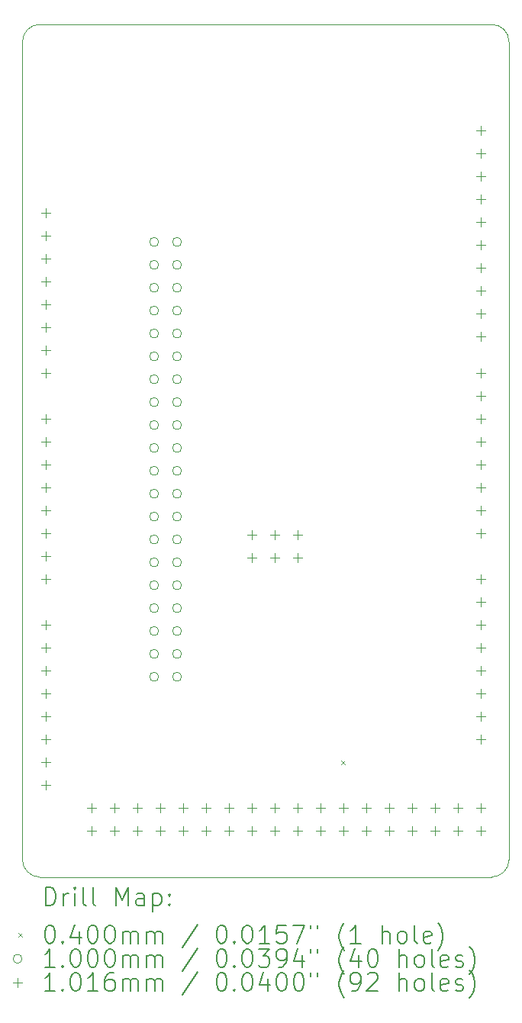
<source format=gbr>
%TF.GenerationSoftware,KiCad,Pcbnew,7.0.7*%
%TF.CreationDate,2023-09-28T15:46:03-05:00*%
%TF.ProjectId,iowa-rover-kiosk-mega-adapter,696f7761-2d72-46f7-9665-722d6b696f73,rev?*%
%TF.SameCoordinates,Original*%
%TF.FileFunction,Drillmap*%
%TF.FilePolarity,Positive*%
%FSLAX45Y45*%
G04 Gerber Fmt 4.5, Leading zero omitted, Abs format (unit mm)*
G04 Created by KiCad (PCBNEW 7.0.7) date 2023-09-28 15:46:03*
%MOMM*%
%LPD*%
G01*
G04 APERTURE LIST*
%ADD10C,0.100000*%
%ADD11C,0.200000*%
%ADD12C,0.040000*%
%ADD13C,0.101600*%
G04 APERTURE END LIST*
D10*
X19748500Y-4572000D02*
X14732000Y-4572000D01*
X14732000Y-14033500D02*
X19748500Y-14033500D01*
X19748500Y-14033500D02*
G75*
G03*
X19939000Y-13843000I0J190500D01*
G01*
X14541500Y-4762500D02*
X14541500Y-13843000D01*
X19939000Y-4762500D02*
G75*
G03*
X19748500Y-4572000I-190500J0D01*
G01*
X19939000Y-13843000D02*
X19939000Y-4762500D01*
X14732000Y-4572000D02*
G75*
G03*
X14541500Y-4762500I0J-190500D01*
G01*
X14541500Y-13843000D02*
G75*
G03*
X14732000Y-14033500I190500J0D01*
G01*
D11*
D12*
X18077500Y-12743500D02*
X18117500Y-12783500D01*
X18117500Y-12743500D02*
X18077500Y-12783500D01*
D10*
X16052000Y-6985000D02*
G75*
G03*
X16052000Y-6985000I-50000J0D01*
G01*
X16052000Y-7239000D02*
G75*
G03*
X16052000Y-7239000I-50000J0D01*
G01*
X16052000Y-7493000D02*
G75*
G03*
X16052000Y-7493000I-50000J0D01*
G01*
X16052000Y-7747000D02*
G75*
G03*
X16052000Y-7747000I-50000J0D01*
G01*
X16052000Y-8001000D02*
G75*
G03*
X16052000Y-8001000I-50000J0D01*
G01*
X16052000Y-8255000D02*
G75*
G03*
X16052000Y-8255000I-50000J0D01*
G01*
X16052000Y-8509000D02*
G75*
G03*
X16052000Y-8509000I-50000J0D01*
G01*
X16052000Y-8763000D02*
G75*
G03*
X16052000Y-8763000I-50000J0D01*
G01*
X16052000Y-9017000D02*
G75*
G03*
X16052000Y-9017000I-50000J0D01*
G01*
X16052000Y-9271000D02*
G75*
G03*
X16052000Y-9271000I-50000J0D01*
G01*
X16052000Y-9525000D02*
G75*
G03*
X16052000Y-9525000I-50000J0D01*
G01*
X16052000Y-9779000D02*
G75*
G03*
X16052000Y-9779000I-50000J0D01*
G01*
X16052000Y-10033000D02*
G75*
G03*
X16052000Y-10033000I-50000J0D01*
G01*
X16052000Y-10287000D02*
G75*
G03*
X16052000Y-10287000I-50000J0D01*
G01*
X16052000Y-10541000D02*
G75*
G03*
X16052000Y-10541000I-50000J0D01*
G01*
X16052000Y-10795000D02*
G75*
G03*
X16052000Y-10795000I-50000J0D01*
G01*
X16052000Y-11049000D02*
G75*
G03*
X16052000Y-11049000I-50000J0D01*
G01*
X16052000Y-11303000D02*
G75*
G03*
X16052000Y-11303000I-50000J0D01*
G01*
X16052000Y-11557000D02*
G75*
G03*
X16052000Y-11557000I-50000J0D01*
G01*
X16052000Y-11811000D02*
G75*
G03*
X16052000Y-11811000I-50000J0D01*
G01*
X16306000Y-6985000D02*
G75*
G03*
X16306000Y-6985000I-50000J0D01*
G01*
X16306000Y-7239000D02*
G75*
G03*
X16306000Y-7239000I-50000J0D01*
G01*
X16306000Y-7493000D02*
G75*
G03*
X16306000Y-7493000I-50000J0D01*
G01*
X16306000Y-7747000D02*
G75*
G03*
X16306000Y-7747000I-50000J0D01*
G01*
X16306000Y-8001000D02*
G75*
G03*
X16306000Y-8001000I-50000J0D01*
G01*
X16306000Y-8255000D02*
G75*
G03*
X16306000Y-8255000I-50000J0D01*
G01*
X16306000Y-8509000D02*
G75*
G03*
X16306000Y-8509000I-50000J0D01*
G01*
X16306000Y-8763000D02*
G75*
G03*
X16306000Y-8763000I-50000J0D01*
G01*
X16306000Y-9017000D02*
G75*
G03*
X16306000Y-9017000I-50000J0D01*
G01*
X16306000Y-9271000D02*
G75*
G03*
X16306000Y-9271000I-50000J0D01*
G01*
X16306000Y-9525000D02*
G75*
G03*
X16306000Y-9525000I-50000J0D01*
G01*
X16306000Y-9779000D02*
G75*
G03*
X16306000Y-9779000I-50000J0D01*
G01*
X16306000Y-10033000D02*
G75*
G03*
X16306000Y-10033000I-50000J0D01*
G01*
X16306000Y-10287000D02*
G75*
G03*
X16306000Y-10287000I-50000J0D01*
G01*
X16306000Y-10541000D02*
G75*
G03*
X16306000Y-10541000I-50000J0D01*
G01*
X16306000Y-10795000D02*
G75*
G03*
X16306000Y-10795000I-50000J0D01*
G01*
X16306000Y-11049000D02*
G75*
G03*
X16306000Y-11049000I-50000J0D01*
G01*
X16306000Y-11303000D02*
G75*
G03*
X16306000Y-11303000I-50000J0D01*
G01*
X16306000Y-11557000D02*
G75*
G03*
X16306000Y-11557000I-50000J0D01*
G01*
X16306000Y-11811000D02*
G75*
G03*
X16306000Y-11811000I-50000J0D01*
G01*
D13*
X14796000Y-6615700D02*
X14796000Y-6717300D01*
X14745200Y-6666500D02*
X14846800Y-6666500D01*
X14796000Y-6869700D02*
X14796000Y-6971300D01*
X14745200Y-6920500D02*
X14846800Y-6920500D01*
X14796000Y-7123700D02*
X14796000Y-7225300D01*
X14745200Y-7174500D02*
X14846800Y-7174500D01*
X14796000Y-7377700D02*
X14796000Y-7479300D01*
X14745200Y-7428500D02*
X14846800Y-7428500D01*
X14796000Y-7631700D02*
X14796000Y-7733300D01*
X14745200Y-7682500D02*
X14846800Y-7682500D01*
X14796000Y-7885700D02*
X14796000Y-7987300D01*
X14745200Y-7936500D02*
X14846800Y-7936500D01*
X14796000Y-8139700D02*
X14796000Y-8241300D01*
X14745200Y-8190500D02*
X14846800Y-8190500D01*
X14796000Y-8393700D02*
X14796000Y-8495300D01*
X14745200Y-8444500D02*
X14846800Y-8444500D01*
X14796000Y-8901700D02*
X14796000Y-9003300D01*
X14745200Y-8952500D02*
X14846800Y-8952500D01*
X14796000Y-9155700D02*
X14796000Y-9257300D01*
X14745200Y-9206500D02*
X14846800Y-9206500D01*
X14796000Y-9409700D02*
X14796000Y-9511300D01*
X14745200Y-9460500D02*
X14846800Y-9460500D01*
X14796000Y-9663700D02*
X14796000Y-9765300D01*
X14745200Y-9714500D02*
X14846800Y-9714500D01*
X14796000Y-9917700D02*
X14796000Y-10019300D01*
X14745200Y-9968500D02*
X14846800Y-9968500D01*
X14796000Y-10171700D02*
X14796000Y-10273300D01*
X14745200Y-10222500D02*
X14846800Y-10222500D01*
X14796000Y-10425700D02*
X14796000Y-10527300D01*
X14745200Y-10476500D02*
X14846800Y-10476500D01*
X14796000Y-10679700D02*
X14796000Y-10781300D01*
X14745200Y-10730500D02*
X14846800Y-10730500D01*
X14796000Y-11187700D02*
X14796000Y-11289300D01*
X14745200Y-11238500D02*
X14846800Y-11238500D01*
X14796000Y-11441700D02*
X14796000Y-11543300D01*
X14745200Y-11492500D02*
X14846800Y-11492500D01*
X14796000Y-11695700D02*
X14796000Y-11797300D01*
X14745200Y-11746500D02*
X14846800Y-11746500D01*
X14796000Y-11949700D02*
X14796000Y-12051300D01*
X14745200Y-12000500D02*
X14846800Y-12000500D01*
X14796000Y-12203700D02*
X14796000Y-12305300D01*
X14745200Y-12254500D02*
X14846800Y-12254500D01*
X14796000Y-12457700D02*
X14796000Y-12559300D01*
X14745200Y-12508500D02*
X14846800Y-12508500D01*
X14796000Y-12711700D02*
X14796000Y-12813300D01*
X14745200Y-12762500D02*
X14846800Y-12762500D01*
X14796000Y-12965700D02*
X14796000Y-13067300D01*
X14745200Y-13016500D02*
X14846800Y-13016500D01*
X15304000Y-13219700D02*
X15304000Y-13321300D01*
X15253200Y-13270500D02*
X15354800Y-13270500D01*
X15304000Y-13473700D02*
X15304000Y-13575300D01*
X15253200Y-13524500D02*
X15354800Y-13524500D01*
X15558000Y-13219700D02*
X15558000Y-13321300D01*
X15507200Y-13270500D02*
X15608800Y-13270500D01*
X15558000Y-13473700D02*
X15558000Y-13575300D01*
X15507200Y-13524500D02*
X15608800Y-13524500D01*
X15812000Y-13219700D02*
X15812000Y-13321300D01*
X15761200Y-13270500D02*
X15862800Y-13270500D01*
X15812000Y-13473700D02*
X15812000Y-13575300D01*
X15761200Y-13524500D02*
X15862800Y-13524500D01*
X16066000Y-13219700D02*
X16066000Y-13321300D01*
X16015200Y-13270500D02*
X16116800Y-13270500D01*
X16066000Y-13473700D02*
X16066000Y-13575300D01*
X16015200Y-13524500D02*
X16116800Y-13524500D01*
X16320000Y-13219700D02*
X16320000Y-13321300D01*
X16269200Y-13270500D02*
X16370800Y-13270500D01*
X16320000Y-13473700D02*
X16320000Y-13575300D01*
X16269200Y-13524500D02*
X16370800Y-13524500D01*
X16574000Y-13219700D02*
X16574000Y-13321300D01*
X16523200Y-13270500D02*
X16624800Y-13270500D01*
X16574000Y-13473700D02*
X16574000Y-13575300D01*
X16523200Y-13524500D02*
X16624800Y-13524500D01*
X16828000Y-13219700D02*
X16828000Y-13321300D01*
X16777200Y-13270500D02*
X16878800Y-13270500D01*
X16828000Y-13473700D02*
X16828000Y-13575300D01*
X16777200Y-13524500D02*
X16878800Y-13524500D01*
X17082000Y-10184400D02*
X17082000Y-10286000D01*
X17031200Y-10235200D02*
X17132800Y-10235200D01*
X17082000Y-10438400D02*
X17082000Y-10540000D01*
X17031200Y-10489200D02*
X17132800Y-10489200D01*
X17082000Y-13219700D02*
X17082000Y-13321300D01*
X17031200Y-13270500D02*
X17132800Y-13270500D01*
X17082000Y-13473700D02*
X17082000Y-13575300D01*
X17031200Y-13524500D02*
X17132800Y-13524500D01*
X17336000Y-10184400D02*
X17336000Y-10286000D01*
X17285200Y-10235200D02*
X17386800Y-10235200D01*
X17336000Y-10438400D02*
X17336000Y-10540000D01*
X17285200Y-10489200D02*
X17386800Y-10489200D01*
X17336000Y-13219700D02*
X17336000Y-13321300D01*
X17285200Y-13270500D02*
X17386800Y-13270500D01*
X17336000Y-13473700D02*
X17336000Y-13575300D01*
X17285200Y-13524500D02*
X17386800Y-13524500D01*
X17590000Y-10184400D02*
X17590000Y-10286000D01*
X17539200Y-10235200D02*
X17640800Y-10235200D01*
X17590000Y-10438400D02*
X17590000Y-10540000D01*
X17539200Y-10489200D02*
X17640800Y-10489200D01*
X17590000Y-13219700D02*
X17590000Y-13321300D01*
X17539200Y-13270500D02*
X17640800Y-13270500D01*
X17590000Y-13473700D02*
X17590000Y-13575300D01*
X17539200Y-13524500D02*
X17640800Y-13524500D01*
X17844000Y-13219700D02*
X17844000Y-13321300D01*
X17793200Y-13270500D02*
X17894800Y-13270500D01*
X17844000Y-13473700D02*
X17844000Y-13575300D01*
X17793200Y-13524500D02*
X17894800Y-13524500D01*
X18098000Y-13219700D02*
X18098000Y-13321300D01*
X18047200Y-13270500D02*
X18148800Y-13270500D01*
X18098000Y-13473700D02*
X18098000Y-13575300D01*
X18047200Y-13524500D02*
X18148800Y-13524500D01*
X18352000Y-13219700D02*
X18352000Y-13321300D01*
X18301200Y-13270500D02*
X18402800Y-13270500D01*
X18352000Y-13473700D02*
X18352000Y-13575300D01*
X18301200Y-13524500D02*
X18402800Y-13524500D01*
X18606000Y-13219700D02*
X18606000Y-13321300D01*
X18555200Y-13270500D02*
X18656800Y-13270500D01*
X18606000Y-13473700D02*
X18606000Y-13575300D01*
X18555200Y-13524500D02*
X18656800Y-13524500D01*
X18860000Y-13219700D02*
X18860000Y-13321300D01*
X18809200Y-13270500D02*
X18910800Y-13270500D01*
X18860000Y-13473700D02*
X18860000Y-13575300D01*
X18809200Y-13524500D02*
X18910800Y-13524500D01*
X19114000Y-13219700D02*
X19114000Y-13321300D01*
X19063200Y-13270500D02*
X19164800Y-13270500D01*
X19114000Y-13473700D02*
X19114000Y-13575300D01*
X19063200Y-13524500D02*
X19164800Y-13524500D01*
X19368000Y-13219700D02*
X19368000Y-13321300D01*
X19317200Y-13270500D02*
X19418800Y-13270500D01*
X19368000Y-13473700D02*
X19368000Y-13575300D01*
X19317200Y-13524500D02*
X19418800Y-13524500D01*
X19622000Y-5701300D02*
X19622000Y-5802900D01*
X19571200Y-5752100D02*
X19672800Y-5752100D01*
X19622000Y-5955300D02*
X19622000Y-6056900D01*
X19571200Y-6006100D02*
X19672800Y-6006100D01*
X19622000Y-6209300D02*
X19622000Y-6310900D01*
X19571200Y-6260100D02*
X19672800Y-6260100D01*
X19622000Y-6463300D02*
X19622000Y-6564900D01*
X19571200Y-6514100D02*
X19672800Y-6514100D01*
X19622000Y-6717300D02*
X19622000Y-6818900D01*
X19571200Y-6768100D02*
X19672800Y-6768100D01*
X19622000Y-6971300D02*
X19622000Y-7072900D01*
X19571200Y-7022100D02*
X19672800Y-7022100D01*
X19622000Y-7225300D02*
X19622000Y-7326900D01*
X19571200Y-7276100D02*
X19672800Y-7276100D01*
X19622000Y-7479300D02*
X19622000Y-7580900D01*
X19571200Y-7530100D02*
X19672800Y-7530100D01*
X19622000Y-7733300D02*
X19622000Y-7834900D01*
X19571200Y-7784100D02*
X19672800Y-7784100D01*
X19622000Y-7987300D02*
X19622000Y-8088900D01*
X19571200Y-8038100D02*
X19672800Y-8038100D01*
X19622000Y-8393700D02*
X19622000Y-8495300D01*
X19571200Y-8444500D02*
X19672800Y-8444500D01*
X19622000Y-8647700D02*
X19622000Y-8749300D01*
X19571200Y-8698500D02*
X19672800Y-8698500D01*
X19622000Y-8901700D02*
X19622000Y-9003300D01*
X19571200Y-8952500D02*
X19672800Y-8952500D01*
X19622000Y-9155700D02*
X19622000Y-9257300D01*
X19571200Y-9206500D02*
X19672800Y-9206500D01*
X19622000Y-9409700D02*
X19622000Y-9511300D01*
X19571200Y-9460500D02*
X19672800Y-9460500D01*
X19622000Y-9663700D02*
X19622000Y-9765300D01*
X19571200Y-9714500D02*
X19672800Y-9714500D01*
X19622000Y-9917700D02*
X19622000Y-10019300D01*
X19571200Y-9968500D02*
X19672800Y-9968500D01*
X19622000Y-10171700D02*
X19622000Y-10273300D01*
X19571200Y-10222500D02*
X19672800Y-10222500D01*
X19622000Y-10679700D02*
X19622000Y-10781300D01*
X19571200Y-10730500D02*
X19672800Y-10730500D01*
X19622000Y-10933700D02*
X19622000Y-11035300D01*
X19571200Y-10984500D02*
X19672800Y-10984500D01*
X19622000Y-11187700D02*
X19622000Y-11289300D01*
X19571200Y-11238500D02*
X19672800Y-11238500D01*
X19622000Y-11441700D02*
X19622000Y-11543300D01*
X19571200Y-11492500D02*
X19672800Y-11492500D01*
X19622000Y-11695700D02*
X19622000Y-11797300D01*
X19571200Y-11746500D02*
X19672800Y-11746500D01*
X19622000Y-11949700D02*
X19622000Y-12051300D01*
X19571200Y-12000500D02*
X19672800Y-12000500D01*
X19622000Y-12203700D02*
X19622000Y-12305300D01*
X19571200Y-12254500D02*
X19672800Y-12254500D01*
X19622000Y-12457700D02*
X19622000Y-12559300D01*
X19571200Y-12508500D02*
X19672800Y-12508500D01*
X19622000Y-13219700D02*
X19622000Y-13321300D01*
X19571200Y-13270500D02*
X19672800Y-13270500D01*
X19622000Y-13473700D02*
X19622000Y-13575300D01*
X19571200Y-13524500D02*
X19672800Y-13524500D01*
D11*
X14797277Y-14349984D02*
X14797277Y-14149984D01*
X14797277Y-14149984D02*
X14844896Y-14149984D01*
X14844896Y-14149984D02*
X14873467Y-14159508D01*
X14873467Y-14159508D02*
X14892515Y-14178555D01*
X14892515Y-14178555D02*
X14902039Y-14197603D01*
X14902039Y-14197603D02*
X14911562Y-14235698D01*
X14911562Y-14235698D02*
X14911562Y-14264269D01*
X14911562Y-14264269D02*
X14902039Y-14302365D01*
X14902039Y-14302365D02*
X14892515Y-14321412D01*
X14892515Y-14321412D02*
X14873467Y-14340460D01*
X14873467Y-14340460D02*
X14844896Y-14349984D01*
X14844896Y-14349984D02*
X14797277Y-14349984D01*
X14997277Y-14349984D02*
X14997277Y-14216650D01*
X14997277Y-14254746D02*
X15006801Y-14235698D01*
X15006801Y-14235698D02*
X15016324Y-14226174D01*
X15016324Y-14226174D02*
X15035372Y-14216650D01*
X15035372Y-14216650D02*
X15054420Y-14216650D01*
X15121086Y-14349984D02*
X15121086Y-14216650D01*
X15121086Y-14149984D02*
X15111562Y-14159508D01*
X15111562Y-14159508D02*
X15121086Y-14169031D01*
X15121086Y-14169031D02*
X15130610Y-14159508D01*
X15130610Y-14159508D02*
X15121086Y-14149984D01*
X15121086Y-14149984D02*
X15121086Y-14169031D01*
X15244896Y-14349984D02*
X15225848Y-14340460D01*
X15225848Y-14340460D02*
X15216324Y-14321412D01*
X15216324Y-14321412D02*
X15216324Y-14149984D01*
X15349658Y-14349984D02*
X15330610Y-14340460D01*
X15330610Y-14340460D02*
X15321086Y-14321412D01*
X15321086Y-14321412D02*
X15321086Y-14149984D01*
X15578229Y-14349984D02*
X15578229Y-14149984D01*
X15578229Y-14149984D02*
X15644896Y-14292841D01*
X15644896Y-14292841D02*
X15711562Y-14149984D01*
X15711562Y-14149984D02*
X15711562Y-14349984D01*
X15892515Y-14349984D02*
X15892515Y-14245222D01*
X15892515Y-14245222D02*
X15882991Y-14226174D01*
X15882991Y-14226174D02*
X15863943Y-14216650D01*
X15863943Y-14216650D02*
X15825848Y-14216650D01*
X15825848Y-14216650D02*
X15806801Y-14226174D01*
X15892515Y-14340460D02*
X15873467Y-14349984D01*
X15873467Y-14349984D02*
X15825848Y-14349984D01*
X15825848Y-14349984D02*
X15806801Y-14340460D01*
X15806801Y-14340460D02*
X15797277Y-14321412D01*
X15797277Y-14321412D02*
X15797277Y-14302365D01*
X15797277Y-14302365D02*
X15806801Y-14283317D01*
X15806801Y-14283317D02*
X15825848Y-14273793D01*
X15825848Y-14273793D02*
X15873467Y-14273793D01*
X15873467Y-14273793D02*
X15892515Y-14264269D01*
X15987753Y-14216650D02*
X15987753Y-14416650D01*
X15987753Y-14226174D02*
X16006801Y-14216650D01*
X16006801Y-14216650D02*
X16044896Y-14216650D01*
X16044896Y-14216650D02*
X16063943Y-14226174D01*
X16063943Y-14226174D02*
X16073467Y-14235698D01*
X16073467Y-14235698D02*
X16082991Y-14254746D01*
X16082991Y-14254746D02*
X16082991Y-14311888D01*
X16082991Y-14311888D02*
X16073467Y-14330936D01*
X16073467Y-14330936D02*
X16063943Y-14340460D01*
X16063943Y-14340460D02*
X16044896Y-14349984D01*
X16044896Y-14349984D02*
X16006801Y-14349984D01*
X16006801Y-14349984D02*
X15987753Y-14340460D01*
X16168705Y-14330936D02*
X16178229Y-14340460D01*
X16178229Y-14340460D02*
X16168705Y-14349984D01*
X16168705Y-14349984D02*
X16159182Y-14340460D01*
X16159182Y-14340460D02*
X16168705Y-14330936D01*
X16168705Y-14330936D02*
X16168705Y-14349984D01*
X16168705Y-14226174D02*
X16178229Y-14235698D01*
X16178229Y-14235698D02*
X16168705Y-14245222D01*
X16168705Y-14245222D02*
X16159182Y-14235698D01*
X16159182Y-14235698D02*
X16168705Y-14226174D01*
X16168705Y-14226174D02*
X16168705Y-14245222D01*
D12*
X14496500Y-14658500D02*
X14536500Y-14698500D01*
X14536500Y-14658500D02*
X14496500Y-14698500D01*
D11*
X14835372Y-14569984D02*
X14854420Y-14569984D01*
X14854420Y-14569984D02*
X14873467Y-14579508D01*
X14873467Y-14579508D02*
X14882991Y-14589031D01*
X14882991Y-14589031D02*
X14892515Y-14608079D01*
X14892515Y-14608079D02*
X14902039Y-14646174D01*
X14902039Y-14646174D02*
X14902039Y-14693793D01*
X14902039Y-14693793D02*
X14892515Y-14731888D01*
X14892515Y-14731888D02*
X14882991Y-14750936D01*
X14882991Y-14750936D02*
X14873467Y-14760460D01*
X14873467Y-14760460D02*
X14854420Y-14769984D01*
X14854420Y-14769984D02*
X14835372Y-14769984D01*
X14835372Y-14769984D02*
X14816324Y-14760460D01*
X14816324Y-14760460D02*
X14806801Y-14750936D01*
X14806801Y-14750936D02*
X14797277Y-14731888D01*
X14797277Y-14731888D02*
X14787753Y-14693793D01*
X14787753Y-14693793D02*
X14787753Y-14646174D01*
X14787753Y-14646174D02*
X14797277Y-14608079D01*
X14797277Y-14608079D02*
X14806801Y-14589031D01*
X14806801Y-14589031D02*
X14816324Y-14579508D01*
X14816324Y-14579508D02*
X14835372Y-14569984D01*
X14987753Y-14750936D02*
X14997277Y-14760460D01*
X14997277Y-14760460D02*
X14987753Y-14769984D01*
X14987753Y-14769984D02*
X14978229Y-14760460D01*
X14978229Y-14760460D02*
X14987753Y-14750936D01*
X14987753Y-14750936D02*
X14987753Y-14769984D01*
X15168705Y-14636650D02*
X15168705Y-14769984D01*
X15121086Y-14560460D02*
X15073467Y-14703317D01*
X15073467Y-14703317D02*
X15197277Y-14703317D01*
X15311562Y-14569984D02*
X15330610Y-14569984D01*
X15330610Y-14569984D02*
X15349658Y-14579508D01*
X15349658Y-14579508D02*
X15359182Y-14589031D01*
X15359182Y-14589031D02*
X15368705Y-14608079D01*
X15368705Y-14608079D02*
X15378229Y-14646174D01*
X15378229Y-14646174D02*
X15378229Y-14693793D01*
X15378229Y-14693793D02*
X15368705Y-14731888D01*
X15368705Y-14731888D02*
X15359182Y-14750936D01*
X15359182Y-14750936D02*
X15349658Y-14760460D01*
X15349658Y-14760460D02*
X15330610Y-14769984D01*
X15330610Y-14769984D02*
X15311562Y-14769984D01*
X15311562Y-14769984D02*
X15292515Y-14760460D01*
X15292515Y-14760460D02*
X15282991Y-14750936D01*
X15282991Y-14750936D02*
X15273467Y-14731888D01*
X15273467Y-14731888D02*
X15263943Y-14693793D01*
X15263943Y-14693793D02*
X15263943Y-14646174D01*
X15263943Y-14646174D02*
X15273467Y-14608079D01*
X15273467Y-14608079D02*
X15282991Y-14589031D01*
X15282991Y-14589031D02*
X15292515Y-14579508D01*
X15292515Y-14579508D02*
X15311562Y-14569984D01*
X15502039Y-14569984D02*
X15521086Y-14569984D01*
X15521086Y-14569984D02*
X15540134Y-14579508D01*
X15540134Y-14579508D02*
X15549658Y-14589031D01*
X15549658Y-14589031D02*
X15559182Y-14608079D01*
X15559182Y-14608079D02*
X15568705Y-14646174D01*
X15568705Y-14646174D02*
X15568705Y-14693793D01*
X15568705Y-14693793D02*
X15559182Y-14731888D01*
X15559182Y-14731888D02*
X15549658Y-14750936D01*
X15549658Y-14750936D02*
X15540134Y-14760460D01*
X15540134Y-14760460D02*
X15521086Y-14769984D01*
X15521086Y-14769984D02*
X15502039Y-14769984D01*
X15502039Y-14769984D02*
X15482991Y-14760460D01*
X15482991Y-14760460D02*
X15473467Y-14750936D01*
X15473467Y-14750936D02*
X15463943Y-14731888D01*
X15463943Y-14731888D02*
X15454420Y-14693793D01*
X15454420Y-14693793D02*
X15454420Y-14646174D01*
X15454420Y-14646174D02*
X15463943Y-14608079D01*
X15463943Y-14608079D02*
X15473467Y-14589031D01*
X15473467Y-14589031D02*
X15482991Y-14579508D01*
X15482991Y-14579508D02*
X15502039Y-14569984D01*
X15654420Y-14769984D02*
X15654420Y-14636650D01*
X15654420Y-14655698D02*
X15663943Y-14646174D01*
X15663943Y-14646174D02*
X15682991Y-14636650D01*
X15682991Y-14636650D02*
X15711563Y-14636650D01*
X15711563Y-14636650D02*
X15730610Y-14646174D01*
X15730610Y-14646174D02*
X15740134Y-14665222D01*
X15740134Y-14665222D02*
X15740134Y-14769984D01*
X15740134Y-14665222D02*
X15749658Y-14646174D01*
X15749658Y-14646174D02*
X15768705Y-14636650D01*
X15768705Y-14636650D02*
X15797277Y-14636650D01*
X15797277Y-14636650D02*
X15816324Y-14646174D01*
X15816324Y-14646174D02*
X15825848Y-14665222D01*
X15825848Y-14665222D02*
X15825848Y-14769984D01*
X15921086Y-14769984D02*
X15921086Y-14636650D01*
X15921086Y-14655698D02*
X15930610Y-14646174D01*
X15930610Y-14646174D02*
X15949658Y-14636650D01*
X15949658Y-14636650D02*
X15978229Y-14636650D01*
X15978229Y-14636650D02*
X15997277Y-14646174D01*
X15997277Y-14646174D02*
X16006801Y-14665222D01*
X16006801Y-14665222D02*
X16006801Y-14769984D01*
X16006801Y-14665222D02*
X16016324Y-14646174D01*
X16016324Y-14646174D02*
X16035372Y-14636650D01*
X16035372Y-14636650D02*
X16063943Y-14636650D01*
X16063943Y-14636650D02*
X16082991Y-14646174D01*
X16082991Y-14646174D02*
X16092515Y-14665222D01*
X16092515Y-14665222D02*
X16092515Y-14769984D01*
X16482991Y-14560460D02*
X16311563Y-14817603D01*
X16740134Y-14569984D02*
X16759182Y-14569984D01*
X16759182Y-14569984D02*
X16778229Y-14579508D01*
X16778229Y-14579508D02*
X16787753Y-14589031D01*
X16787753Y-14589031D02*
X16797277Y-14608079D01*
X16797277Y-14608079D02*
X16806801Y-14646174D01*
X16806801Y-14646174D02*
X16806801Y-14693793D01*
X16806801Y-14693793D02*
X16797277Y-14731888D01*
X16797277Y-14731888D02*
X16787753Y-14750936D01*
X16787753Y-14750936D02*
X16778229Y-14760460D01*
X16778229Y-14760460D02*
X16759182Y-14769984D01*
X16759182Y-14769984D02*
X16740134Y-14769984D01*
X16740134Y-14769984D02*
X16721086Y-14760460D01*
X16721086Y-14760460D02*
X16711563Y-14750936D01*
X16711563Y-14750936D02*
X16702039Y-14731888D01*
X16702039Y-14731888D02*
X16692515Y-14693793D01*
X16692515Y-14693793D02*
X16692515Y-14646174D01*
X16692515Y-14646174D02*
X16702039Y-14608079D01*
X16702039Y-14608079D02*
X16711563Y-14589031D01*
X16711563Y-14589031D02*
X16721086Y-14579508D01*
X16721086Y-14579508D02*
X16740134Y-14569984D01*
X16892515Y-14750936D02*
X16902039Y-14760460D01*
X16902039Y-14760460D02*
X16892515Y-14769984D01*
X16892515Y-14769984D02*
X16882991Y-14760460D01*
X16882991Y-14760460D02*
X16892515Y-14750936D01*
X16892515Y-14750936D02*
X16892515Y-14769984D01*
X17025848Y-14569984D02*
X17044896Y-14569984D01*
X17044896Y-14569984D02*
X17063944Y-14579508D01*
X17063944Y-14579508D02*
X17073468Y-14589031D01*
X17073468Y-14589031D02*
X17082991Y-14608079D01*
X17082991Y-14608079D02*
X17092515Y-14646174D01*
X17092515Y-14646174D02*
X17092515Y-14693793D01*
X17092515Y-14693793D02*
X17082991Y-14731888D01*
X17082991Y-14731888D02*
X17073468Y-14750936D01*
X17073468Y-14750936D02*
X17063944Y-14760460D01*
X17063944Y-14760460D02*
X17044896Y-14769984D01*
X17044896Y-14769984D02*
X17025848Y-14769984D01*
X17025848Y-14769984D02*
X17006801Y-14760460D01*
X17006801Y-14760460D02*
X16997277Y-14750936D01*
X16997277Y-14750936D02*
X16987753Y-14731888D01*
X16987753Y-14731888D02*
X16978229Y-14693793D01*
X16978229Y-14693793D02*
X16978229Y-14646174D01*
X16978229Y-14646174D02*
X16987753Y-14608079D01*
X16987753Y-14608079D02*
X16997277Y-14589031D01*
X16997277Y-14589031D02*
X17006801Y-14579508D01*
X17006801Y-14579508D02*
X17025848Y-14569984D01*
X17282991Y-14769984D02*
X17168706Y-14769984D01*
X17225848Y-14769984D02*
X17225848Y-14569984D01*
X17225848Y-14569984D02*
X17206801Y-14598555D01*
X17206801Y-14598555D02*
X17187753Y-14617603D01*
X17187753Y-14617603D02*
X17168706Y-14627127D01*
X17463944Y-14569984D02*
X17368706Y-14569984D01*
X17368706Y-14569984D02*
X17359182Y-14665222D01*
X17359182Y-14665222D02*
X17368706Y-14655698D01*
X17368706Y-14655698D02*
X17387753Y-14646174D01*
X17387753Y-14646174D02*
X17435372Y-14646174D01*
X17435372Y-14646174D02*
X17454420Y-14655698D01*
X17454420Y-14655698D02*
X17463944Y-14665222D01*
X17463944Y-14665222D02*
X17473468Y-14684269D01*
X17473468Y-14684269D02*
X17473468Y-14731888D01*
X17473468Y-14731888D02*
X17463944Y-14750936D01*
X17463944Y-14750936D02*
X17454420Y-14760460D01*
X17454420Y-14760460D02*
X17435372Y-14769984D01*
X17435372Y-14769984D02*
X17387753Y-14769984D01*
X17387753Y-14769984D02*
X17368706Y-14760460D01*
X17368706Y-14760460D02*
X17359182Y-14750936D01*
X17540134Y-14569984D02*
X17673468Y-14569984D01*
X17673468Y-14569984D02*
X17587753Y-14769984D01*
X17740134Y-14569984D02*
X17740134Y-14608079D01*
X17816325Y-14569984D02*
X17816325Y-14608079D01*
X18111563Y-14846174D02*
X18102039Y-14836650D01*
X18102039Y-14836650D02*
X18082991Y-14808079D01*
X18082991Y-14808079D02*
X18073468Y-14789031D01*
X18073468Y-14789031D02*
X18063944Y-14760460D01*
X18063944Y-14760460D02*
X18054420Y-14712841D01*
X18054420Y-14712841D02*
X18054420Y-14674746D01*
X18054420Y-14674746D02*
X18063944Y-14627127D01*
X18063944Y-14627127D02*
X18073468Y-14598555D01*
X18073468Y-14598555D02*
X18082991Y-14579508D01*
X18082991Y-14579508D02*
X18102039Y-14550936D01*
X18102039Y-14550936D02*
X18111563Y-14541412D01*
X18292515Y-14769984D02*
X18178230Y-14769984D01*
X18235372Y-14769984D02*
X18235372Y-14569984D01*
X18235372Y-14569984D02*
X18216325Y-14598555D01*
X18216325Y-14598555D02*
X18197277Y-14617603D01*
X18197277Y-14617603D02*
X18178230Y-14627127D01*
X18530611Y-14769984D02*
X18530611Y-14569984D01*
X18616325Y-14769984D02*
X18616325Y-14665222D01*
X18616325Y-14665222D02*
X18606801Y-14646174D01*
X18606801Y-14646174D02*
X18587753Y-14636650D01*
X18587753Y-14636650D02*
X18559182Y-14636650D01*
X18559182Y-14636650D02*
X18540134Y-14646174D01*
X18540134Y-14646174D02*
X18530611Y-14655698D01*
X18740134Y-14769984D02*
X18721087Y-14760460D01*
X18721087Y-14760460D02*
X18711563Y-14750936D01*
X18711563Y-14750936D02*
X18702039Y-14731888D01*
X18702039Y-14731888D02*
X18702039Y-14674746D01*
X18702039Y-14674746D02*
X18711563Y-14655698D01*
X18711563Y-14655698D02*
X18721087Y-14646174D01*
X18721087Y-14646174D02*
X18740134Y-14636650D01*
X18740134Y-14636650D02*
X18768706Y-14636650D01*
X18768706Y-14636650D02*
X18787753Y-14646174D01*
X18787753Y-14646174D02*
X18797277Y-14655698D01*
X18797277Y-14655698D02*
X18806801Y-14674746D01*
X18806801Y-14674746D02*
X18806801Y-14731888D01*
X18806801Y-14731888D02*
X18797277Y-14750936D01*
X18797277Y-14750936D02*
X18787753Y-14760460D01*
X18787753Y-14760460D02*
X18768706Y-14769984D01*
X18768706Y-14769984D02*
X18740134Y-14769984D01*
X18921087Y-14769984D02*
X18902039Y-14760460D01*
X18902039Y-14760460D02*
X18892515Y-14741412D01*
X18892515Y-14741412D02*
X18892515Y-14569984D01*
X19073468Y-14760460D02*
X19054420Y-14769984D01*
X19054420Y-14769984D02*
X19016325Y-14769984D01*
X19016325Y-14769984D02*
X18997277Y-14760460D01*
X18997277Y-14760460D02*
X18987753Y-14741412D01*
X18987753Y-14741412D02*
X18987753Y-14665222D01*
X18987753Y-14665222D02*
X18997277Y-14646174D01*
X18997277Y-14646174D02*
X19016325Y-14636650D01*
X19016325Y-14636650D02*
X19054420Y-14636650D01*
X19054420Y-14636650D02*
X19073468Y-14646174D01*
X19073468Y-14646174D02*
X19082992Y-14665222D01*
X19082992Y-14665222D02*
X19082992Y-14684269D01*
X19082992Y-14684269D02*
X18987753Y-14703317D01*
X19149658Y-14846174D02*
X19159182Y-14836650D01*
X19159182Y-14836650D02*
X19178230Y-14808079D01*
X19178230Y-14808079D02*
X19187753Y-14789031D01*
X19187753Y-14789031D02*
X19197277Y-14760460D01*
X19197277Y-14760460D02*
X19206801Y-14712841D01*
X19206801Y-14712841D02*
X19206801Y-14674746D01*
X19206801Y-14674746D02*
X19197277Y-14627127D01*
X19197277Y-14627127D02*
X19187753Y-14598555D01*
X19187753Y-14598555D02*
X19178230Y-14579508D01*
X19178230Y-14579508D02*
X19159182Y-14550936D01*
X19159182Y-14550936D02*
X19149658Y-14541412D01*
D10*
X14536500Y-14942500D02*
G75*
G03*
X14536500Y-14942500I-50000J0D01*
G01*
D11*
X14902039Y-15033984D02*
X14787753Y-15033984D01*
X14844896Y-15033984D02*
X14844896Y-14833984D01*
X14844896Y-14833984D02*
X14825848Y-14862555D01*
X14825848Y-14862555D02*
X14806801Y-14881603D01*
X14806801Y-14881603D02*
X14787753Y-14891127D01*
X14987753Y-15014936D02*
X14997277Y-15024460D01*
X14997277Y-15024460D02*
X14987753Y-15033984D01*
X14987753Y-15033984D02*
X14978229Y-15024460D01*
X14978229Y-15024460D02*
X14987753Y-15014936D01*
X14987753Y-15014936D02*
X14987753Y-15033984D01*
X15121086Y-14833984D02*
X15140134Y-14833984D01*
X15140134Y-14833984D02*
X15159182Y-14843508D01*
X15159182Y-14843508D02*
X15168705Y-14853031D01*
X15168705Y-14853031D02*
X15178229Y-14872079D01*
X15178229Y-14872079D02*
X15187753Y-14910174D01*
X15187753Y-14910174D02*
X15187753Y-14957793D01*
X15187753Y-14957793D02*
X15178229Y-14995888D01*
X15178229Y-14995888D02*
X15168705Y-15014936D01*
X15168705Y-15014936D02*
X15159182Y-15024460D01*
X15159182Y-15024460D02*
X15140134Y-15033984D01*
X15140134Y-15033984D02*
X15121086Y-15033984D01*
X15121086Y-15033984D02*
X15102039Y-15024460D01*
X15102039Y-15024460D02*
X15092515Y-15014936D01*
X15092515Y-15014936D02*
X15082991Y-14995888D01*
X15082991Y-14995888D02*
X15073467Y-14957793D01*
X15073467Y-14957793D02*
X15073467Y-14910174D01*
X15073467Y-14910174D02*
X15082991Y-14872079D01*
X15082991Y-14872079D02*
X15092515Y-14853031D01*
X15092515Y-14853031D02*
X15102039Y-14843508D01*
X15102039Y-14843508D02*
X15121086Y-14833984D01*
X15311562Y-14833984D02*
X15330610Y-14833984D01*
X15330610Y-14833984D02*
X15349658Y-14843508D01*
X15349658Y-14843508D02*
X15359182Y-14853031D01*
X15359182Y-14853031D02*
X15368705Y-14872079D01*
X15368705Y-14872079D02*
X15378229Y-14910174D01*
X15378229Y-14910174D02*
X15378229Y-14957793D01*
X15378229Y-14957793D02*
X15368705Y-14995888D01*
X15368705Y-14995888D02*
X15359182Y-15014936D01*
X15359182Y-15014936D02*
X15349658Y-15024460D01*
X15349658Y-15024460D02*
X15330610Y-15033984D01*
X15330610Y-15033984D02*
X15311562Y-15033984D01*
X15311562Y-15033984D02*
X15292515Y-15024460D01*
X15292515Y-15024460D02*
X15282991Y-15014936D01*
X15282991Y-15014936D02*
X15273467Y-14995888D01*
X15273467Y-14995888D02*
X15263943Y-14957793D01*
X15263943Y-14957793D02*
X15263943Y-14910174D01*
X15263943Y-14910174D02*
X15273467Y-14872079D01*
X15273467Y-14872079D02*
X15282991Y-14853031D01*
X15282991Y-14853031D02*
X15292515Y-14843508D01*
X15292515Y-14843508D02*
X15311562Y-14833984D01*
X15502039Y-14833984D02*
X15521086Y-14833984D01*
X15521086Y-14833984D02*
X15540134Y-14843508D01*
X15540134Y-14843508D02*
X15549658Y-14853031D01*
X15549658Y-14853031D02*
X15559182Y-14872079D01*
X15559182Y-14872079D02*
X15568705Y-14910174D01*
X15568705Y-14910174D02*
X15568705Y-14957793D01*
X15568705Y-14957793D02*
X15559182Y-14995888D01*
X15559182Y-14995888D02*
X15549658Y-15014936D01*
X15549658Y-15014936D02*
X15540134Y-15024460D01*
X15540134Y-15024460D02*
X15521086Y-15033984D01*
X15521086Y-15033984D02*
X15502039Y-15033984D01*
X15502039Y-15033984D02*
X15482991Y-15024460D01*
X15482991Y-15024460D02*
X15473467Y-15014936D01*
X15473467Y-15014936D02*
X15463943Y-14995888D01*
X15463943Y-14995888D02*
X15454420Y-14957793D01*
X15454420Y-14957793D02*
X15454420Y-14910174D01*
X15454420Y-14910174D02*
X15463943Y-14872079D01*
X15463943Y-14872079D02*
X15473467Y-14853031D01*
X15473467Y-14853031D02*
X15482991Y-14843508D01*
X15482991Y-14843508D02*
X15502039Y-14833984D01*
X15654420Y-15033984D02*
X15654420Y-14900650D01*
X15654420Y-14919698D02*
X15663943Y-14910174D01*
X15663943Y-14910174D02*
X15682991Y-14900650D01*
X15682991Y-14900650D02*
X15711563Y-14900650D01*
X15711563Y-14900650D02*
X15730610Y-14910174D01*
X15730610Y-14910174D02*
X15740134Y-14929222D01*
X15740134Y-14929222D02*
X15740134Y-15033984D01*
X15740134Y-14929222D02*
X15749658Y-14910174D01*
X15749658Y-14910174D02*
X15768705Y-14900650D01*
X15768705Y-14900650D02*
X15797277Y-14900650D01*
X15797277Y-14900650D02*
X15816324Y-14910174D01*
X15816324Y-14910174D02*
X15825848Y-14929222D01*
X15825848Y-14929222D02*
X15825848Y-15033984D01*
X15921086Y-15033984D02*
X15921086Y-14900650D01*
X15921086Y-14919698D02*
X15930610Y-14910174D01*
X15930610Y-14910174D02*
X15949658Y-14900650D01*
X15949658Y-14900650D02*
X15978229Y-14900650D01*
X15978229Y-14900650D02*
X15997277Y-14910174D01*
X15997277Y-14910174D02*
X16006801Y-14929222D01*
X16006801Y-14929222D02*
X16006801Y-15033984D01*
X16006801Y-14929222D02*
X16016324Y-14910174D01*
X16016324Y-14910174D02*
X16035372Y-14900650D01*
X16035372Y-14900650D02*
X16063943Y-14900650D01*
X16063943Y-14900650D02*
X16082991Y-14910174D01*
X16082991Y-14910174D02*
X16092515Y-14929222D01*
X16092515Y-14929222D02*
X16092515Y-15033984D01*
X16482991Y-14824460D02*
X16311563Y-15081603D01*
X16740134Y-14833984D02*
X16759182Y-14833984D01*
X16759182Y-14833984D02*
X16778229Y-14843508D01*
X16778229Y-14843508D02*
X16787753Y-14853031D01*
X16787753Y-14853031D02*
X16797277Y-14872079D01*
X16797277Y-14872079D02*
X16806801Y-14910174D01*
X16806801Y-14910174D02*
X16806801Y-14957793D01*
X16806801Y-14957793D02*
X16797277Y-14995888D01*
X16797277Y-14995888D02*
X16787753Y-15014936D01*
X16787753Y-15014936D02*
X16778229Y-15024460D01*
X16778229Y-15024460D02*
X16759182Y-15033984D01*
X16759182Y-15033984D02*
X16740134Y-15033984D01*
X16740134Y-15033984D02*
X16721086Y-15024460D01*
X16721086Y-15024460D02*
X16711563Y-15014936D01*
X16711563Y-15014936D02*
X16702039Y-14995888D01*
X16702039Y-14995888D02*
X16692515Y-14957793D01*
X16692515Y-14957793D02*
X16692515Y-14910174D01*
X16692515Y-14910174D02*
X16702039Y-14872079D01*
X16702039Y-14872079D02*
X16711563Y-14853031D01*
X16711563Y-14853031D02*
X16721086Y-14843508D01*
X16721086Y-14843508D02*
X16740134Y-14833984D01*
X16892515Y-15014936D02*
X16902039Y-15024460D01*
X16902039Y-15024460D02*
X16892515Y-15033984D01*
X16892515Y-15033984D02*
X16882991Y-15024460D01*
X16882991Y-15024460D02*
X16892515Y-15014936D01*
X16892515Y-15014936D02*
X16892515Y-15033984D01*
X17025848Y-14833984D02*
X17044896Y-14833984D01*
X17044896Y-14833984D02*
X17063944Y-14843508D01*
X17063944Y-14843508D02*
X17073468Y-14853031D01*
X17073468Y-14853031D02*
X17082991Y-14872079D01*
X17082991Y-14872079D02*
X17092515Y-14910174D01*
X17092515Y-14910174D02*
X17092515Y-14957793D01*
X17092515Y-14957793D02*
X17082991Y-14995888D01*
X17082991Y-14995888D02*
X17073468Y-15014936D01*
X17073468Y-15014936D02*
X17063944Y-15024460D01*
X17063944Y-15024460D02*
X17044896Y-15033984D01*
X17044896Y-15033984D02*
X17025848Y-15033984D01*
X17025848Y-15033984D02*
X17006801Y-15024460D01*
X17006801Y-15024460D02*
X16997277Y-15014936D01*
X16997277Y-15014936D02*
X16987753Y-14995888D01*
X16987753Y-14995888D02*
X16978229Y-14957793D01*
X16978229Y-14957793D02*
X16978229Y-14910174D01*
X16978229Y-14910174D02*
X16987753Y-14872079D01*
X16987753Y-14872079D02*
X16997277Y-14853031D01*
X16997277Y-14853031D02*
X17006801Y-14843508D01*
X17006801Y-14843508D02*
X17025848Y-14833984D01*
X17159182Y-14833984D02*
X17282991Y-14833984D01*
X17282991Y-14833984D02*
X17216325Y-14910174D01*
X17216325Y-14910174D02*
X17244896Y-14910174D01*
X17244896Y-14910174D02*
X17263944Y-14919698D01*
X17263944Y-14919698D02*
X17273468Y-14929222D01*
X17273468Y-14929222D02*
X17282991Y-14948269D01*
X17282991Y-14948269D02*
X17282991Y-14995888D01*
X17282991Y-14995888D02*
X17273468Y-15014936D01*
X17273468Y-15014936D02*
X17263944Y-15024460D01*
X17263944Y-15024460D02*
X17244896Y-15033984D01*
X17244896Y-15033984D02*
X17187753Y-15033984D01*
X17187753Y-15033984D02*
X17168706Y-15024460D01*
X17168706Y-15024460D02*
X17159182Y-15014936D01*
X17378229Y-15033984D02*
X17416325Y-15033984D01*
X17416325Y-15033984D02*
X17435372Y-15024460D01*
X17435372Y-15024460D02*
X17444896Y-15014936D01*
X17444896Y-15014936D02*
X17463944Y-14986365D01*
X17463944Y-14986365D02*
X17473468Y-14948269D01*
X17473468Y-14948269D02*
X17473468Y-14872079D01*
X17473468Y-14872079D02*
X17463944Y-14853031D01*
X17463944Y-14853031D02*
X17454420Y-14843508D01*
X17454420Y-14843508D02*
X17435372Y-14833984D01*
X17435372Y-14833984D02*
X17397277Y-14833984D01*
X17397277Y-14833984D02*
X17378229Y-14843508D01*
X17378229Y-14843508D02*
X17368706Y-14853031D01*
X17368706Y-14853031D02*
X17359182Y-14872079D01*
X17359182Y-14872079D02*
X17359182Y-14919698D01*
X17359182Y-14919698D02*
X17368706Y-14938746D01*
X17368706Y-14938746D02*
X17378229Y-14948269D01*
X17378229Y-14948269D02*
X17397277Y-14957793D01*
X17397277Y-14957793D02*
X17435372Y-14957793D01*
X17435372Y-14957793D02*
X17454420Y-14948269D01*
X17454420Y-14948269D02*
X17463944Y-14938746D01*
X17463944Y-14938746D02*
X17473468Y-14919698D01*
X17644896Y-14900650D02*
X17644896Y-15033984D01*
X17597277Y-14824460D02*
X17549658Y-14967317D01*
X17549658Y-14967317D02*
X17673468Y-14967317D01*
X17740134Y-14833984D02*
X17740134Y-14872079D01*
X17816325Y-14833984D02*
X17816325Y-14872079D01*
X18111563Y-15110174D02*
X18102039Y-15100650D01*
X18102039Y-15100650D02*
X18082991Y-15072079D01*
X18082991Y-15072079D02*
X18073468Y-15053031D01*
X18073468Y-15053031D02*
X18063944Y-15024460D01*
X18063944Y-15024460D02*
X18054420Y-14976841D01*
X18054420Y-14976841D02*
X18054420Y-14938746D01*
X18054420Y-14938746D02*
X18063944Y-14891127D01*
X18063944Y-14891127D02*
X18073468Y-14862555D01*
X18073468Y-14862555D02*
X18082991Y-14843508D01*
X18082991Y-14843508D02*
X18102039Y-14814936D01*
X18102039Y-14814936D02*
X18111563Y-14805412D01*
X18273468Y-14900650D02*
X18273468Y-15033984D01*
X18225849Y-14824460D02*
X18178230Y-14967317D01*
X18178230Y-14967317D02*
X18302039Y-14967317D01*
X18416325Y-14833984D02*
X18435372Y-14833984D01*
X18435372Y-14833984D02*
X18454420Y-14843508D01*
X18454420Y-14843508D02*
X18463944Y-14853031D01*
X18463944Y-14853031D02*
X18473468Y-14872079D01*
X18473468Y-14872079D02*
X18482991Y-14910174D01*
X18482991Y-14910174D02*
X18482991Y-14957793D01*
X18482991Y-14957793D02*
X18473468Y-14995888D01*
X18473468Y-14995888D02*
X18463944Y-15014936D01*
X18463944Y-15014936D02*
X18454420Y-15024460D01*
X18454420Y-15024460D02*
X18435372Y-15033984D01*
X18435372Y-15033984D02*
X18416325Y-15033984D01*
X18416325Y-15033984D02*
X18397277Y-15024460D01*
X18397277Y-15024460D02*
X18387753Y-15014936D01*
X18387753Y-15014936D02*
X18378230Y-14995888D01*
X18378230Y-14995888D02*
X18368706Y-14957793D01*
X18368706Y-14957793D02*
X18368706Y-14910174D01*
X18368706Y-14910174D02*
X18378230Y-14872079D01*
X18378230Y-14872079D02*
X18387753Y-14853031D01*
X18387753Y-14853031D02*
X18397277Y-14843508D01*
X18397277Y-14843508D02*
X18416325Y-14833984D01*
X18721087Y-15033984D02*
X18721087Y-14833984D01*
X18806801Y-15033984D02*
X18806801Y-14929222D01*
X18806801Y-14929222D02*
X18797277Y-14910174D01*
X18797277Y-14910174D02*
X18778230Y-14900650D01*
X18778230Y-14900650D02*
X18749658Y-14900650D01*
X18749658Y-14900650D02*
X18730611Y-14910174D01*
X18730611Y-14910174D02*
X18721087Y-14919698D01*
X18930611Y-15033984D02*
X18911563Y-15024460D01*
X18911563Y-15024460D02*
X18902039Y-15014936D01*
X18902039Y-15014936D02*
X18892515Y-14995888D01*
X18892515Y-14995888D02*
X18892515Y-14938746D01*
X18892515Y-14938746D02*
X18902039Y-14919698D01*
X18902039Y-14919698D02*
X18911563Y-14910174D01*
X18911563Y-14910174D02*
X18930611Y-14900650D01*
X18930611Y-14900650D02*
X18959182Y-14900650D01*
X18959182Y-14900650D02*
X18978230Y-14910174D01*
X18978230Y-14910174D02*
X18987753Y-14919698D01*
X18987753Y-14919698D02*
X18997277Y-14938746D01*
X18997277Y-14938746D02*
X18997277Y-14995888D01*
X18997277Y-14995888D02*
X18987753Y-15014936D01*
X18987753Y-15014936D02*
X18978230Y-15024460D01*
X18978230Y-15024460D02*
X18959182Y-15033984D01*
X18959182Y-15033984D02*
X18930611Y-15033984D01*
X19111563Y-15033984D02*
X19092515Y-15024460D01*
X19092515Y-15024460D02*
X19082992Y-15005412D01*
X19082992Y-15005412D02*
X19082992Y-14833984D01*
X19263944Y-15024460D02*
X19244896Y-15033984D01*
X19244896Y-15033984D02*
X19206801Y-15033984D01*
X19206801Y-15033984D02*
X19187753Y-15024460D01*
X19187753Y-15024460D02*
X19178230Y-15005412D01*
X19178230Y-15005412D02*
X19178230Y-14929222D01*
X19178230Y-14929222D02*
X19187753Y-14910174D01*
X19187753Y-14910174D02*
X19206801Y-14900650D01*
X19206801Y-14900650D02*
X19244896Y-14900650D01*
X19244896Y-14900650D02*
X19263944Y-14910174D01*
X19263944Y-14910174D02*
X19273468Y-14929222D01*
X19273468Y-14929222D02*
X19273468Y-14948269D01*
X19273468Y-14948269D02*
X19178230Y-14967317D01*
X19349658Y-15024460D02*
X19368706Y-15033984D01*
X19368706Y-15033984D02*
X19406801Y-15033984D01*
X19406801Y-15033984D02*
X19425849Y-15024460D01*
X19425849Y-15024460D02*
X19435373Y-15005412D01*
X19435373Y-15005412D02*
X19435373Y-14995888D01*
X19435373Y-14995888D02*
X19425849Y-14976841D01*
X19425849Y-14976841D02*
X19406801Y-14967317D01*
X19406801Y-14967317D02*
X19378230Y-14967317D01*
X19378230Y-14967317D02*
X19359182Y-14957793D01*
X19359182Y-14957793D02*
X19349658Y-14938746D01*
X19349658Y-14938746D02*
X19349658Y-14929222D01*
X19349658Y-14929222D02*
X19359182Y-14910174D01*
X19359182Y-14910174D02*
X19378230Y-14900650D01*
X19378230Y-14900650D02*
X19406801Y-14900650D01*
X19406801Y-14900650D02*
X19425849Y-14910174D01*
X19502039Y-15110174D02*
X19511563Y-15100650D01*
X19511563Y-15100650D02*
X19530611Y-15072079D01*
X19530611Y-15072079D02*
X19540134Y-15053031D01*
X19540134Y-15053031D02*
X19549658Y-15024460D01*
X19549658Y-15024460D02*
X19559182Y-14976841D01*
X19559182Y-14976841D02*
X19559182Y-14938746D01*
X19559182Y-14938746D02*
X19549658Y-14891127D01*
X19549658Y-14891127D02*
X19540134Y-14862555D01*
X19540134Y-14862555D02*
X19530611Y-14843508D01*
X19530611Y-14843508D02*
X19511563Y-14814936D01*
X19511563Y-14814936D02*
X19502039Y-14805412D01*
D13*
X14485700Y-15155700D02*
X14485700Y-15257300D01*
X14434900Y-15206500D02*
X14536500Y-15206500D01*
D11*
X14902039Y-15297984D02*
X14787753Y-15297984D01*
X14844896Y-15297984D02*
X14844896Y-15097984D01*
X14844896Y-15097984D02*
X14825848Y-15126555D01*
X14825848Y-15126555D02*
X14806801Y-15145603D01*
X14806801Y-15145603D02*
X14787753Y-15155127D01*
X14987753Y-15278936D02*
X14997277Y-15288460D01*
X14997277Y-15288460D02*
X14987753Y-15297984D01*
X14987753Y-15297984D02*
X14978229Y-15288460D01*
X14978229Y-15288460D02*
X14987753Y-15278936D01*
X14987753Y-15278936D02*
X14987753Y-15297984D01*
X15121086Y-15097984D02*
X15140134Y-15097984D01*
X15140134Y-15097984D02*
X15159182Y-15107508D01*
X15159182Y-15107508D02*
X15168705Y-15117031D01*
X15168705Y-15117031D02*
X15178229Y-15136079D01*
X15178229Y-15136079D02*
X15187753Y-15174174D01*
X15187753Y-15174174D02*
X15187753Y-15221793D01*
X15187753Y-15221793D02*
X15178229Y-15259888D01*
X15178229Y-15259888D02*
X15168705Y-15278936D01*
X15168705Y-15278936D02*
X15159182Y-15288460D01*
X15159182Y-15288460D02*
X15140134Y-15297984D01*
X15140134Y-15297984D02*
X15121086Y-15297984D01*
X15121086Y-15297984D02*
X15102039Y-15288460D01*
X15102039Y-15288460D02*
X15092515Y-15278936D01*
X15092515Y-15278936D02*
X15082991Y-15259888D01*
X15082991Y-15259888D02*
X15073467Y-15221793D01*
X15073467Y-15221793D02*
X15073467Y-15174174D01*
X15073467Y-15174174D02*
X15082991Y-15136079D01*
X15082991Y-15136079D02*
X15092515Y-15117031D01*
X15092515Y-15117031D02*
X15102039Y-15107508D01*
X15102039Y-15107508D02*
X15121086Y-15097984D01*
X15378229Y-15297984D02*
X15263943Y-15297984D01*
X15321086Y-15297984D02*
X15321086Y-15097984D01*
X15321086Y-15097984D02*
X15302039Y-15126555D01*
X15302039Y-15126555D02*
X15282991Y-15145603D01*
X15282991Y-15145603D02*
X15263943Y-15155127D01*
X15549658Y-15097984D02*
X15511562Y-15097984D01*
X15511562Y-15097984D02*
X15492515Y-15107508D01*
X15492515Y-15107508D02*
X15482991Y-15117031D01*
X15482991Y-15117031D02*
X15463943Y-15145603D01*
X15463943Y-15145603D02*
X15454420Y-15183698D01*
X15454420Y-15183698D02*
X15454420Y-15259888D01*
X15454420Y-15259888D02*
X15463943Y-15278936D01*
X15463943Y-15278936D02*
X15473467Y-15288460D01*
X15473467Y-15288460D02*
X15492515Y-15297984D01*
X15492515Y-15297984D02*
X15530610Y-15297984D01*
X15530610Y-15297984D02*
X15549658Y-15288460D01*
X15549658Y-15288460D02*
X15559182Y-15278936D01*
X15559182Y-15278936D02*
X15568705Y-15259888D01*
X15568705Y-15259888D02*
X15568705Y-15212269D01*
X15568705Y-15212269D02*
X15559182Y-15193222D01*
X15559182Y-15193222D02*
X15549658Y-15183698D01*
X15549658Y-15183698D02*
X15530610Y-15174174D01*
X15530610Y-15174174D02*
X15492515Y-15174174D01*
X15492515Y-15174174D02*
X15473467Y-15183698D01*
X15473467Y-15183698D02*
X15463943Y-15193222D01*
X15463943Y-15193222D02*
X15454420Y-15212269D01*
X15654420Y-15297984D02*
X15654420Y-15164650D01*
X15654420Y-15183698D02*
X15663943Y-15174174D01*
X15663943Y-15174174D02*
X15682991Y-15164650D01*
X15682991Y-15164650D02*
X15711563Y-15164650D01*
X15711563Y-15164650D02*
X15730610Y-15174174D01*
X15730610Y-15174174D02*
X15740134Y-15193222D01*
X15740134Y-15193222D02*
X15740134Y-15297984D01*
X15740134Y-15193222D02*
X15749658Y-15174174D01*
X15749658Y-15174174D02*
X15768705Y-15164650D01*
X15768705Y-15164650D02*
X15797277Y-15164650D01*
X15797277Y-15164650D02*
X15816324Y-15174174D01*
X15816324Y-15174174D02*
X15825848Y-15193222D01*
X15825848Y-15193222D02*
X15825848Y-15297984D01*
X15921086Y-15297984D02*
X15921086Y-15164650D01*
X15921086Y-15183698D02*
X15930610Y-15174174D01*
X15930610Y-15174174D02*
X15949658Y-15164650D01*
X15949658Y-15164650D02*
X15978229Y-15164650D01*
X15978229Y-15164650D02*
X15997277Y-15174174D01*
X15997277Y-15174174D02*
X16006801Y-15193222D01*
X16006801Y-15193222D02*
X16006801Y-15297984D01*
X16006801Y-15193222D02*
X16016324Y-15174174D01*
X16016324Y-15174174D02*
X16035372Y-15164650D01*
X16035372Y-15164650D02*
X16063943Y-15164650D01*
X16063943Y-15164650D02*
X16082991Y-15174174D01*
X16082991Y-15174174D02*
X16092515Y-15193222D01*
X16092515Y-15193222D02*
X16092515Y-15297984D01*
X16482991Y-15088460D02*
X16311563Y-15345603D01*
X16740134Y-15097984D02*
X16759182Y-15097984D01*
X16759182Y-15097984D02*
X16778229Y-15107508D01*
X16778229Y-15107508D02*
X16787753Y-15117031D01*
X16787753Y-15117031D02*
X16797277Y-15136079D01*
X16797277Y-15136079D02*
X16806801Y-15174174D01*
X16806801Y-15174174D02*
X16806801Y-15221793D01*
X16806801Y-15221793D02*
X16797277Y-15259888D01*
X16797277Y-15259888D02*
X16787753Y-15278936D01*
X16787753Y-15278936D02*
X16778229Y-15288460D01*
X16778229Y-15288460D02*
X16759182Y-15297984D01*
X16759182Y-15297984D02*
X16740134Y-15297984D01*
X16740134Y-15297984D02*
X16721086Y-15288460D01*
X16721086Y-15288460D02*
X16711563Y-15278936D01*
X16711563Y-15278936D02*
X16702039Y-15259888D01*
X16702039Y-15259888D02*
X16692515Y-15221793D01*
X16692515Y-15221793D02*
X16692515Y-15174174D01*
X16692515Y-15174174D02*
X16702039Y-15136079D01*
X16702039Y-15136079D02*
X16711563Y-15117031D01*
X16711563Y-15117031D02*
X16721086Y-15107508D01*
X16721086Y-15107508D02*
X16740134Y-15097984D01*
X16892515Y-15278936D02*
X16902039Y-15288460D01*
X16902039Y-15288460D02*
X16892515Y-15297984D01*
X16892515Y-15297984D02*
X16882991Y-15288460D01*
X16882991Y-15288460D02*
X16892515Y-15278936D01*
X16892515Y-15278936D02*
X16892515Y-15297984D01*
X17025848Y-15097984D02*
X17044896Y-15097984D01*
X17044896Y-15097984D02*
X17063944Y-15107508D01*
X17063944Y-15107508D02*
X17073468Y-15117031D01*
X17073468Y-15117031D02*
X17082991Y-15136079D01*
X17082991Y-15136079D02*
X17092515Y-15174174D01*
X17092515Y-15174174D02*
X17092515Y-15221793D01*
X17092515Y-15221793D02*
X17082991Y-15259888D01*
X17082991Y-15259888D02*
X17073468Y-15278936D01*
X17073468Y-15278936D02*
X17063944Y-15288460D01*
X17063944Y-15288460D02*
X17044896Y-15297984D01*
X17044896Y-15297984D02*
X17025848Y-15297984D01*
X17025848Y-15297984D02*
X17006801Y-15288460D01*
X17006801Y-15288460D02*
X16997277Y-15278936D01*
X16997277Y-15278936D02*
X16987753Y-15259888D01*
X16987753Y-15259888D02*
X16978229Y-15221793D01*
X16978229Y-15221793D02*
X16978229Y-15174174D01*
X16978229Y-15174174D02*
X16987753Y-15136079D01*
X16987753Y-15136079D02*
X16997277Y-15117031D01*
X16997277Y-15117031D02*
X17006801Y-15107508D01*
X17006801Y-15107508D02*
X17025848Y-15097984D01*
X17263944Y-15164650D02*
X17263944Y-15297984D01*
X17216325Y-15088460D02*
X17168706Y-15231317D01*
X17168706Y-15231317D02*
X17292515Y-15231317D01*
X17406801Y-15097984D02*
X17425849Y-15097984D01*
X17425849Y-15097984D02*
X17444896Y-15107508D01*
X17444896Y-15107508D02*
X17454420Y-15117031D01*
X17454420Y-15117031D02*
X17463944Y-15136079D01*
X17463944Y-15136079D02*
X17473468Y-15174174D01*
X17473468Y-15174174D02*
X17473468Y-15221793D01*
X17473468Y-15221793D02*
X17463944Y-15259888D01*
X17463944Y-15259888D02*
X17454420Y-15278936D01*
X17454420Y-15278936D02*
X17444896Y-15288460D01*
X17444896Y-15288460D02*
X17425849Y-15297984D01*
X17425849Y-15297984D02*
X17406801Y-15297984D01*
X17406801Y-15297984D02*
X17387753Y-15288460D01*
X17387753Y-15288460D02*
X17378229Y-15278936D01*
X17378229Y-15278936D02*
X17368706Y-15259888D01*
X17368706Y-15259888D02*
X17359182Y-15221793D01*
X17359182Y-15221793D02*
X17359182Y-15174174D01*
X17359182Y-15174174D02*
X17368706Y-15136079D01*
X17368706Y-15136079D02*
X17378229Y-15117031D01*
X17378229Y-15117031D02*
X17387753Y-15107508D01*
X17387753Y-15107508D02*
X17406801Y-15097984D01*
X17597277Y-15097984D02*
X17616325Y-15097984D01*
X17616325Y-15097984D02*
X17635372Y-15107508D01*
X17635372Y-15107508D02*
X17644896Y-15117031D01*
X17644896Y-15117031D02*
X17654420Y-15136079D01*
X17654420Y-15136079D02*
X17663944Y-15174174D01*
X17663944Y-15174174D02*
X17663944Y-15221793D01*
X17663944Y-15221793D02*
X17654420Y-15259888D01*
X17654420Y-15259888D02*
X17644896Y-15278936D01*
X17644896Y-15278936D02*
X17635372Y-15288460D01*
X17635372Y-15288460D02*
X17616325Y-15297984D01*
X17616325Y-15297984D02*
X17597277Y-15297984D01*
X17597277Y-15297984D02*
X17578229Y-15288460D01*
X17578229Y-15288460D02*
X17568706Y-15278936D01*
X17568706Y-15278936D02*
X17559182Y-15259888D01*
X17559182Y-15259888D02*
X17549658Y-15221793D01*
X17549658Y-15221793D02*
X17549658Y-15174174D01*
X17549658Y-15174174D02*
X17559182Y-15136079D01*
X17559182Y-15136079D02*
X17568706Y-15117031D01*
X17568706Y-15117031D02*
X17578229Y-15107508D01*
X17578229Y-15107508D02*
X17597277Y-15097984D01*
X17740134Y-15097984D02*
X17740134Y-15136079D01*
X17816325Y-15097984D02*
X17816325Y-15136079D01*
X18111563Y-15374174D02*
X18102039Y-15364650D01*
X18102039Y-15364650D02*
X18082991Y-15336079D01*
X18082991Y-15336079D02*
X18073468Y-15317031D01*
X18073468Y-15317031D02*
X18063944Y-15288460D01*
X18063944Y-15288460D02*
X18054420Y-15240841D01*
X18054420Y-15240841D02*
X18054420Y-15202746D01*
X18054420Y-15202746D02*
X18063944Y-15155127D01*
X18063944Y-15155127D02*
X18073468Y-15126555D01*
X18073468Y-15126555D02*
X18082991Y-15107508D01*
X18082991Y-15107508D02*
X18102039Y-15078936D01*
X18102039Y-15078936D02*
X18111563Y-15069412D01*
X18197277Y-15297984D02*
X18235372Y-15297984D01*
X18235372Y-15297984D02*
X18254420Y-15288460D01*
X18254420Y-15288460D02*
X18263944Y-15278936D01*
X18263944Y-15278936D02*
X18282991Y-15250365D01*
X18282991Y-15250365D02*
X18292515Y-15212269D01*
X18292515Y-15212269D02*
X18292515Y-15136079D01*
X18292515Y-15136079D02*
X18282991Y-15117031D01*
X18282991Y-15117031D02*
X18273468Y-15107508D01*
X18273468Y-15107508D02*
X18254420Y-15097984D01*
X18254420Y-15097984D02*
X18216325Y-15097984D01*
X18216325Y-15097984D02*
X18197277Y-15107508D01*
X18197277Y-15107508D02*
X18187753Y-15117031D01*
X18187753Y-15117031D02*
X18178230Y-15136079D01*
X18178230Y-15136079D02*
X18178230Y-15183698D01*
X18178230Y-15183698D02*
X18187753Y-15202746D01*
X18187753Y-15202746D02*
X18197277Y-15212269D01*
X18197277Y-15212269D02*
X18216325Y-15221793D01*
X18216325Y-15221793D02*
X18254420Y-15221793D01*
X18254420Y-15221793D02*
X18273468Y-15212269D01*
X18273468Y-15212269D02*
X18282991Y-15202746D01*
X18282991Y-15202746D02*
X18292515Y-15183698D01*
X18368706Y-15117031D02*
X18378230Y-15107508D01*
X18378230Y-15107508D02*
X18397277Y-15097984D01*
X18397277Y-15097984D02*
X18444896Y-15097984D01*
X18444896Y-15097984D02*
X18463944Y-15107508D01*
X18463944Y-15107508D02*
X18473468Y-15117031D01*
X18473468Y-15117031D02*
X18482991Y-15136079D01*
X18482991Y-15136079D02*
X18482991Y-15155127D01*
X18482991Y-15155127D02*
X18473468Y-15183698D01*
X18473468Y-15183698D02*
X18359182Y-15297984D01*
X18359182Y-15297984D02*
X18482991Y-15297984D01*
X18721087Y-15297984D02*
X18721087Y-15097984D01*
X18806801Y-15297984D02*
X18806801Y-15193222D01*
X18806801Y-15193222D02*
X18797277Y-15174174D01*
X18797277Y-15174174D02*
X18778230Y-15164650D01*
X18778230Y-15164650D02*
X18749658Y-15164650D01*
X18749658Y-15164650D02*
X18730611Y-15174174D01*
X18730611Y-15174174D02*
X18721087Y-15183698D01*
X18930611Y-15297984D02*
X18911563Y-15288460D01*
X18911563Y-15288460D02*
X18902039Y-15278936D01*
X18902039Y-15278936D02*
X18892515Y-15259888D01*
X18892515Y-15259888D02*
X18892515Y-15202746D01*
X18892515Y-15202746D02*
X18902039Y-15183698D01*
X18902039Y-15183698D02*
X18911563Y-15174174D01*
X18911563Y-15174174D02*
X18930611Y-15164650D01*
X18930611Y-15164650D02*
X18959182Y-15164650D01*
X18959182Y-15164650D02*
X18978230Y-15174174D01*
X18978230Y-15174174D02*
X18987753Y-15183698D01*
X18987753Y-15183698D02*
X18997277Y-15202746D01*
X18997277Y-15202746D02*
X18997277Y-15259888D01*
X18997277Y-15259888D02*
X18987753Y-15278936D01*
X18987753Y-15278936D02*
X18978230Y-15288460D01*
X18978230Y-15288460D02*
X18959182Y-15297984D01*
X18959182Y-15297984D02*
X18930611Y-15297984D01*
X19111563Y-15297984D02*
X19092515Y-15288460D01*
X19092515Y-15288460D02*
X19082992Y-15269412D01*
X19082992Y-15269412D02*
X19082992Y-15097984D01*
X19263944Y-15288460D02*
X19244896Y-15297984D01*
X19244896Y-15297984D02*
X19206801Y-15297984D01*
X19206801Y-15297984D02*
X19187753Y-15288460D01*
X19187753Y-15288460D02*
X19178230Y-15269412D01*
X19178230Y-15269412D02*
X19178230Y-15193222D01*
X19178230Y-15193222D02*
X19187753Y-15174174D01*
X19187753Y-15174174D02*
X19206801Y-15164650D01*
X19206801Y-15164650D02*
X19244896Y-15164650D01*
X19244896Y-15164650D02*
X19263944Y-15174174D01*
X19263944Y-15174174D02*
X19273468Y-15193222D01*
X19273468Y-15193222D02*
X19273468Y-15212269D01*
X19273468Y-15212269D02*
X19178230Y-15231317D01*
X19349658Y-15288460D02*
X19368706Y-15297984D01*
X19368706Y-15297984D02*
X19406801Y-15297984D01*
X19406801Y-15297984D02*
X19425849Y-15288460D01*
X19425849Y-15288460D02*
X19435373Y-15269412D01*
X19435373Y-15269412D02*
X19435373Y-15259888D01*
X19435373Y-15259888D02*
X19425849Y-15240841D01*
X19425849Y-15240841D02*
X19406801Y-15231317D01*
X19406801Y-15231317D02*
X19378230Y-15231317D01*
X19378230Y-15231317D02*
X19359182Y-15221793D01*
X19359182Y-15221793D02*
X19349658Y-15202746D01*
X19349658Y-15202746D02*
X19349658Y-15193222D01*
X19349658Y-15193222D02*
X19359182Y-15174174D01*
X19359182Y-15174174D02*
X19378230Y-15164650D01*
X19378230Y-15164650D02*
X19406801Y-15164650D01*
X19406801Y-15164650D02*
X19425849Y-15174174D01*
X19502039Y-15374174D02*
X19511563Y-15364650D01*
X19511563Y-15364650D02*
X19530611Y-15336079D01*
X19530611Y-15336079D02*
X19540134Y-15317031D01*
X19540134Y-15317031D02*
X19549658Y-15288460D01*
X19549658Y-15288460D02*
X19559182Y-15240841D01*
X19559182Y-15240841D02*
X19559182Y-15202746D01*
X19559182Y-15202746D02*
X19549658Y-15155127D01*
X19549658Y-15155127D02*
X19540134Y-15126555D01*
X19540134Y-15126555D02*
X19530611Y-15107508D01*
X19530611Y-15107508D02*
X19511563Y-15078936D01*
X19511563Y-15078936D02*
X19502039Y-15069412D01*
M02*

</source>
